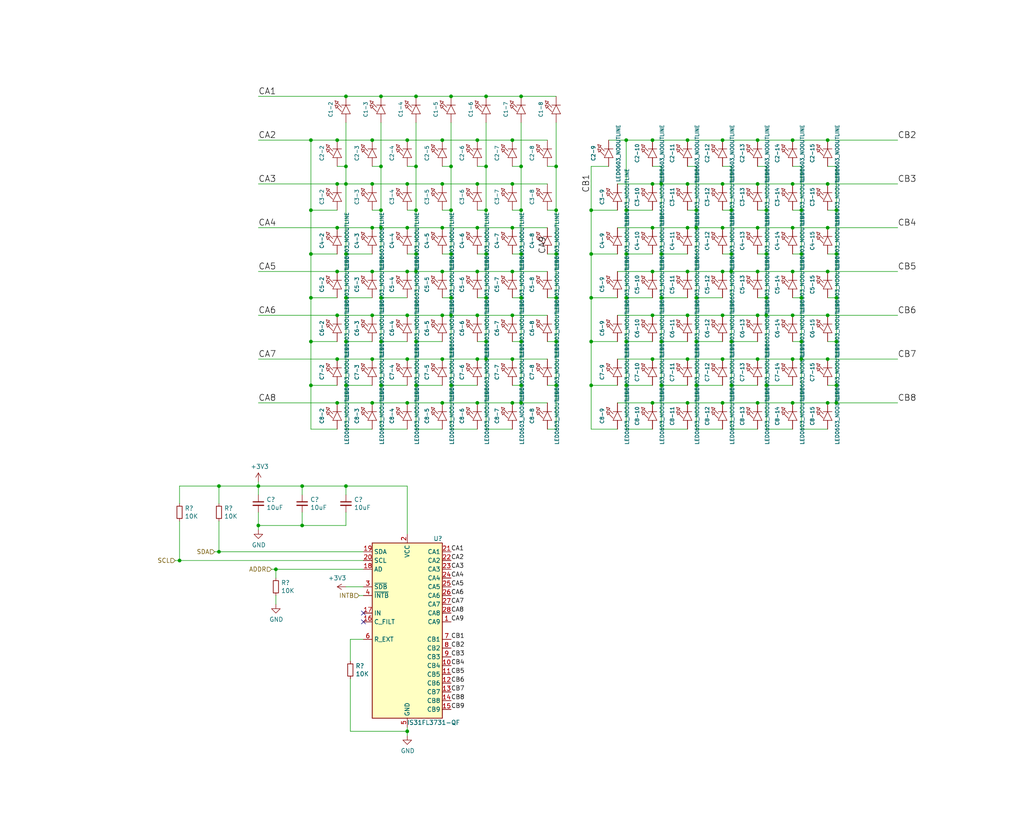
<source format=kicad_sch>
(kicad_sch (version 20230121) (generator eeschema)
  (paper "User" 297.002 241.376)
  (junction (at 118.11 53.34))
  (junction (at 189.23 78.74))
  (junction (at 107.95 91.44))
  (junction (at 191.77 86.36))
  (junction (at 140.97 104.14))
  (junction (at 171.45 99.06))
  (junction (at 219.71 91.44))
  (junction (at 97.79 40.64))
  (junction (at 120.65 27.94))
  (junction (at 242.57 116.84))
  (junction (at 209.55 66.04))
  (junction (at 219.71 78.74))
  (junction (at 90.17 86.36))
  (junction (at 229.87 66.04))
  (junction (at 97.79 104.14))
  (junction (at 118.11 91.44))
  (junction (at 118.11 104.14))
  (junction (at 151.13 73.66))
  (junction (at 212.09 73.66))
  (junction (at 240.03 53.34))
  (junction (at 201.93 66.04))
  (junction (at 151.13 116.84))
  (junction (at 240.03 40.64))
  (junction (at 128.27 66.04))
  (junction (at 199.39 104.14))
  (junction (at 118.11 116.84))
  (junction (at 219.71 40.64))
  (junction (at 148.59 116.84))
  (junction (at 199.39 91.44))
  (junction (at 110.49 27.94))
  (junction (at 199.39 78.74))
  (junction (at 90.17 40.64))
  (junction (at 242.57 111.76))
  (junction (at 242.57 73.66))
  (junction (at 140.97 99.06))
  (junction (at 120.65 99.06))
  (junction (at 219.71 104.14))
  (junction (at 130.81 73.66))
  (junction (at 209.55 116.84))
  (junction (at 148.59 40.64))
  (junction (at 107.95 40.64))
  (junction (at 87.63 152.4))
  (junction (at 107.95 66.04))
  (junction (at 128.27 40.64))
  (junction (at 151.13 60.96))
  (junction (at 222.25 91.44))
  (junction (at 107.95 53.34))
  (junction (at 97.79 78.74))
  (junction (at 100.33 48.26))
  (junction (at 219.71 66.04))
  (junction (at 100.33 111.76))
  (junction (at 128.27 78.74))
  (junction (at 240.03 66.04))
  (junction (at 100.33 99.06))
  (junction (at 181.61 40.64))
  (junction (at 191.77 111.76))
  (junction (at 138.43 78.74))
  (junction (at 100.33 53.34))
  (junction (at 171.45 60.96))
  (junction (at 74.93 152.4))
  (junction (at 140.97 48.26))
  (junction (at 128.27 91.44))
  (junction (at 199.39 40.64))
  (junction (at 232.41 86.36))
  (junction (at 151.13 27.94))
  (junction (at 161.29 86.36))
  (junction (at 242.57 86.36))
  (junction (at 52.07 162.56))
  (junction (at 90.17 60.96))
  (junction (at 120.65 73.66))
  (junction (at 171.45 86.36))
  (junction (at 138.43 116.84))
  (junction (at 90.17 99.06))
  (junction (at 151.13 99.06))
  (junction (at 242.57 60.96))
  (junction (at 107.95 78.74))
  (junction (at 229.87 116.84))
  (junction (at 74.93 140.97))
  (junction (at 189.23 116.84))
  (junction (at 97.79 91.44))
  (junction (at 240.03 116.84))
  (junction (at 100.33 86.36))
  (junction (at 118.11 40.64))
  (junction (at 229.87 91.44))
  (junction (at 138.43 40.64))
  (junction (at 242.57 99.06))
  (junction (at 128.27 104.14))
  (junction (at 140.97 27.94))
  (junction (at 222.25 73.66))
  (junction (at 201.93 60.96))
  (junction (at 90.17 73.66))
  (junction (at 138.43 104.14))
  (junction (at 209.55 91.44))
  (junction (at 240.03 78.74))
  (junction (at 118.11 66.04))
  (junction (at 209.55 53.34))
  (junction (at 148.59 78.74))
  (junction (at 128.27 53.34))
  (junction (at 130.81 27.94))
  (junction (at 110.49 111.76))
  (junction (at 63.5 140.97))
  (junction (at 120.65 60.96))
  (junction (at 222.25 111.76))
  (junction (at 118.11 78.74))
  (junction (at 140.97 86.36))
  (junction (at 110.49 86.36))
  (junction (at 130.81 91.44))
  (junction (at 189.23 53.34))
  (junction (at 110.49 60.96))
  (junction (at 201.93 111.76))
  (junction (at 148.59 53.34))
  (junction (at 189.23 104.14))
  (junction (at 212.09 78.74))
  (junction (at 80.01 165.1))
  (junction (at 151.13 48.26))
  (junction (at 130.81 60.96))
  (junction (at 130.81 48.26))
  (junction (at 140.97 60.96))
  (junction (at 199.39 53.34))
  (junction (at 181.61 60.96))
  (junction (at 191.77 73.66))
  (junction (at 118.11 212.09))
  (junction (at 232.41 99.06))
  (junction (at 97.79 66.04))
  (junction (at 138.43 53.34))
  (junction (at 161.29 111.76))
  (junction (at 209.55 78.74))
  (junction (at 201.93 86.36))
  (junction (at 110.49 66.04))
  (junction (at 209.55 40.64))
  (junction (at 240.03 104.14))
  (junction (at 171.45 73.66))
  (junction (at 97.79 116.84))
  (junction (at 63.5 160.02))
  (junction (at 232.41 104.14))
  (junction (at 138.43 66.04))
  (junction (at 138.43 91.44))
  (junction (at 189.23 40.64))
  (junction (at 148.59 66.04))
  (junction (at 151.13 86.36))
  (junction (at 128.27 116.84))
  (junction (at 201.93 99.06))
  (junction (at 222.25 60.96))
  (junction (at 229.87 78.74))
  (junction (at 212.09 99.06))
  (junction (at 209.55 104.14))
  (junction (at 229.87 104.14))
  (junction (at 100.33 140.97))
  (junction (at 181.61 86.36))
  (junction (at 140.97 73.66))
  (junction (at 191.77 99.06))
  (junction (at 90.17 111.76))
  (junction (at 130.81 111.76))
  (junction (at 87.63 140.97))
  (junction (at 219.71 116.84))
  (junction (at 107.95 104.14))
  (junction (at 212.09 111.76))
  (junction (at 232.41 60.96))
  (junction (at 161.29 73.66))
  (junction (at 110.49 48.26))
  (junction (at 222.25 86.36))
  (junction (at 161.29 60.96))
  (junction (at 240.03 91.44))
  (junction (at 232.41 73.66))
  (junction (at 120.65 48.26))
  (junction (at 100.33 73.66))
  (junction (at 120.65 78.74))
  (junction (at 120.65 111.76))
  (junction (at 148.59 104.14))
  (junction (at 181.61 73.66))
  (junction (at 110.49 99.06))
  (junction (at 100.33 27.94))
  (junction (at 229.87 40.64))
  (junction (at 191.77 53.34))
  (junction (at 97.79 53.34))
  (junction (at 219.71 53.34))
  (junction (at 181.61 111.76))
  (junction (at 212.09 60.96))
  (junction (at 107.95 116.84))
  (junction (at 148.59 91.44))
  (junction (at 189.23 91.44))
  (junction (at 151.13 111.76))
  (junction (at 171.45 111.76))
  (junction (at 229.87 53.34))
  (junction (at 189.23 66.04))
  (junction (at 161.29 99.06))
  (junction (at 199.39 66.04))
  (junction (at 181.61 99.06))
  (junction (at 130.81 86.36))
  (junction (at 199.39 116.84))
  (junction (at 161.29 48.26))
  (no_connect (at 105.41 180.34))
  (no_connect (at 105.41 177.8))
  (wire (pts (xy 229.87 73.66) (xy 232.41 73.66)))
  (wire (pts (xy 189.23 116.84) (xy 199.39 116.84)))
  (wire (pts (xy 110.49 66.04) (xy 110.49 86.36)))
  (wire (pts (xy 181.61 40.64) (xy 189.23 40.64)))
  (wire (pts (xy 179.07 111.76) (xy 171.45 111.76)))
  (wire (pts (xy 151.13 116.84) (xy 148.59 116.84)))
  (wire (pts (xy 240.03 124.46) (xy 232.41 124.46)))
  (wire (pts (xy 128.27 124.46) (xy 120.65 124.46)))
  (wire (pts (xy 140.97 35.56) (xy 140.97 48.26)))
  (wire (pts (xy 179.07 73.66) (xy 171.45 73.66)))
  (wire (pts (xy 229.87 104.14) (xy 232.41 104.14)))
  (wire (pts (xy 219.71 78.74) (xy 229.87 78.74)))
  (wire (pts (xy 199.39 60.96) (xy 201.93 60.96)))
  (wire (pts (xy 120.65 27.94) (xy 130.81 27.94)))
  (wire (pts (xy 118.11 91.44) (xy 107.95 91.44)))
  (wire (pts (xy 232.41 86.36) (xy 232.41 99.06)))
  (wire (pts (xy 158.75 53.34) (xy 148.59 53.34)))
  (wire (pts (xy 232.41 104.14) (xy 240.03 104.14)))
  (wire (pts (xy 179.07 91.44) (xy 189.23 91.44)))
  (wire (pts (xy 240.03 86.36) (xy 242.57 86.36)))
  (wire (pts (xy 118.11 48.26) (xy 120.65 48.26)))
  (wire (pts (xy 212.09 78.74) (xy 212.09 73.66)))
  (wire (pts (xy 128.27 99.06) (xy 120.65 99.06)))
  (wire (pts (xy 191.77 111.76) (xy 191.77 124.46)))
  (wire (pts (xy 201.93 99.06) (xy 201.93 111.76)))
  (wire (pts (xy 158.75 48.26) (xy 161.29 48.26)))
  (wire (pts (xy 118.11 40.64) (xy 107.95 40.64)))
  (wire (pts (xy 222.25 111.76) (xy 222.25 124.46)))
  (wire (pts (xy 232.41 99.06) (xy 232.41 104.14)))
  (wire (pts (xy 128.27 86.36) (xy 130.81 86.36)))
  (wire (pts (xy 110.49 35.56) (xy 110.49 48.26)))
  (wire (pts (xy 110.49 48.26) (xy 110.49 60.96)))
  (wire (pts (xy 212.09 73.66) (xy 212.09 60.96)))
  (wire (pts (xy 128.27 116.84) (xy 118.11 116.84)))
  (wire (pts (xy 107.95 116.84) (xy 97.79 116.84)))
  (wire (pts (xy 158.75 116.84) (xy 151.13 116.84)))
  (wire (pts (xy 118.11 73.66) (xy 120.65 73.66)))
  (wire (pts (xy 199.39 78.74) (xy 209.55 78.74)))
  (wire (pts (xy 138.43 78.74) (xy 128.27 78.74)))
  (wire (pts (xy 52.07 140.97) (xy 63.5 140.97)))
  (wire (pts (xy 128.27 60.96) (xy 130.81 60.96)))
  (wire (pts (xy 229.87 53.34) (xy 240.03 53.34)))
  (wire (pts (xy 120.65 60.96) (xy 120.65 73.66)))
  (wire (pts (xy 128.27 91.44) (xy 118.11 91.44)))
  (wire (pts (xy 151.13 60.96) (xy 151.13 73.66)))
  (wire (pts (xy 52.07 162.56) (xy 105.41 162.56)))
  (wire (pts (xy 90.17 99.06) (xy 90.17 111.76)))
  (wire (pts (xy 118.11 210.82) (xy 118.11 212.09)))
  (wire (pts (xy 161.29 35.56) (xy 161.29 48.26)))
  (wire (pts (xy 118.11 78.74) (xy 107.95 78.74)))
  (wire (pts (xy 120.65 73.66) (xy 120.65 78.74)))
  (wire (pts (xy 161.29 60.96) (xy 161.29 73.66)))
  (wire (pts (xy 179.07 104.14) (xy 189.23 104.14)))
  (wire (pts (xy 171.45 48.26) (xy 171.45 60.96)))
  (wire (pts (xy 151.13 99.06) (xy 151.13 111.76)))
  (wire (pts (xy 118.11 140.97) (xy 118.11 154.94)))
  (wire (pts (xy 212.09 60.96) (xy 212.09 48.26)))
  (wire (pts (xy 158.75 124.46) (xy 161.29 124.46)))
  (wire (pts (xy 97.79 111.76) (xy 90.17 111.76)))
  (wire (pts (xy 199.39 99.06) (xy 191.77 99.06)))
  (wire (pts (xy 181.61 40.64) (xy 181.61 60.96)))
  (wire (pts (xy 191.77 73.66) (xy 191.77 86.36)))
  (wire (pts (xy 191.77 53.34) (xy 191.77 73.66)))
  (wire (pts (xy 101.6 212.09) (xy 118.11 212.09)))
  (wire (pts (xy 148.59 53.34) (xy 138.43 53.34)))
  (wire (pts (xy 191.77 48.26) (xy 191.77 53.34)))
  (wire (pts (xy 90.17 40.64) (xy 74.93 40.64)))
  (wire (pts (xy 148.59 116.84) (xy 138.43 116.84)))
  (wire (pts (xy 199.39 91.44) (xy 209.55 91.44)))
  (wire (pts (xy 179.07 53.34) (xy 189.23 53.34)))
  (wire (pts (xy 240.03 53.34) (xy 260.35 53.34)))
  (wire (pts (xy 107.95 48.26) (xy 110.49 48.26)))
  (wire (pts (xy 78.74 165.1) (xy 80.01 165.1)))
  (wire (pts (xy 107.95 124.46) (xy 100.33 124.46)))
  (wire (pts (xy 199.39 86.36) (xy 191.77 86.36)))
  (wire (pts (xy 100.33 73.66) (xy 100.33 86.36)))
  (wire (pts (xy 138.43 91.44) (xy 130.81 91.44)))
  (wire (pts (xy 229.87 66.04) (xy 240.03 66.04)))
  (wire (pts (xy 229.87 111.76) (xy 222.25 111.76)))
  (wire (pts (xy 219.71 60.96) (xy 222.25 60.96)))
  (wire (pts (xy 63.5 140.97) (xy 63.5 146.05)))
  (wire (pts (xy 242.57 111.76) (xy 242.57 116.84)))
  (wire (pts (xy 219.71 40.64) (xy 229.87 40.64)))
  (wire (pts (xy 74.93 140.97) (xy 74.93 143.51)))
  (wire (pts (xy 105.41 165.1) (xy 80.01 165.1)))
  (wire (pts (xy 158.75 40.64) (xy 148.59 40.64)))
  (wire (pts (xy 97.79 116.84) (xy 74.93 116.84)))
  (wire (pts (xy 107.95 104.14) (xy 97.79 104.14)))
  (wire (pts (xy 240.03 48.26) (xy 242.57 48.26)))
  (wire (pts (xy 100.33 140.97) (xy 100.33 143.51)))
  (wire (pts (xy 128.27 73.66) (xy 130.81 73.66)))
  (wire (pts (xy 179.07 60.96) (xy 171.45 60.96)))
  (wire (pts (xy 97.79 60.96) (xy 90.17 60.96)))
  (wire (pts (xy 181.61 111.76) (xy 181.61 124.46)))
  (wire (pts (xy 148.59 40.64) (xy 138.43 40.64)))
  (wire (pts (xy 52.07 151.13) (xy 52.07 162.56)))
  (wire (pts (xy 209.55 53.34) (xy 219.71 53.34)))
  (wire (pts (xy 222.25 48.26) (xy 222.25 60.96)))
  (wire (pts (xy 138.43 124.46) (xy 130.81 124.46)))
  (wire (pts (xy 176.53 48.26) (xy 171.45 48.26)))
  (wire (pts (xy 219.71 53.34) (xy 229.87 53.34)))
  (wire (pts (xy 199.39 124.46) (xy 191.77 124.46)))
  (wire (pts (xy 201.93 60.96) (xy 201.93 66.04)))
  (wire (pts (xy 148.59 111.76) (xy 151.13 111.76)))
  (wire (pts (xy 100.33 152.4) (xy 87.63 152.4)))
  (wire (pts (xy 201.93 86.36) (xy 201.93 99.06)))
  (wire (pts (xy 199.39 40.64) (xy 209.55 40.64)))
  (wire (pts (xy 87.63 140.97) (xy 87.63 143.51)))
  (wire (pts (xy 120.65 111.76) (xy 120.65 124.46)))
  (wire (pts (xy 219.71 111.76) (xy 212.09 111.76)))
  (wire (pts (xy 100.33 86.36) (xy 100.33 99.06)))
  (wire (pts (xy 219.71 91.44) (xy 222.25 91.44)))
  (wire (pts (xy 189.23 48.26) (xy 191.77 48.26)))
  (wire (pts (xy 148.59 86.36) (xy 151.13 86.36)))
  (wire (pts (xy 189.23 53.34) (xy 191.77 53.34)))
  (wire (pts (xy 148.59 91.44) (xy 138.43 91.44)))
  (wire (pts (xy 151.13 35.56) (xy 151.13 48.26)))
  (wire (pts (xy 219.71 66.04) (xy 229.87 66.04)))
  (wire (pts (xy 229.87 91.44) (xy 240.03 91.44)))
  (wire (pts (xy 100.33 148.59) (xy 100.33 152.4)))
  (wire (pts (xy 140.97 86.36) (xy 140.97 99.06)))
  (wire (pts (xy 74.93 140.97) (xy 87.63 140.97)))
  (wire (pts (xy 212.09 99.06) (xy 212.09 78.74)))
  (wire (pts (xy 100.33 53.34) (xy 97.79 53.34)))
  (wire (pts (xy 189.23 111.76) (xy 181.61 111.76)))
  (wire (pts (xy 242.57 48.26) (xy 242.57 60.96)))
  (wire (pts (xy 130.81 35.56) (xy 130.81 48.26)))
  (wire (pts (xy 97.79 40.64) (xy 90.17 40.64)))
  (wire (pts (xy 240.03 116.84) (xy 242.57 116.84)))
  (wire (pts (xy 209.55 99.06) (xy 201.93 99.06)))
  (wire (pts (xy 232.41 48.26) (xy 232.41 60.96)))
  (wire (pts (xy 62.23 160.02) (xy 63.5 160.02)))
  (wire (pts (xy 219.71 86.36) (xy 222.25 86.36)))
  (wire (pts (xy 130.81 111.76) (xy 130.81 124.46)))
  (wire (pts (xy 179.07 78.74) (xy 189.23 78.74)))
  (wire (pts (xy 118.11 212.09) (xy 118.11 213.36)))
  (wire (pts (xy 171.45 86.36) (xy 171.45 99.06)))
  (wire (pts (xy 97.79 99.06) (xy 90.17 99.06)))
  (wire (pts (xy 118.11 124.46) (xy 110.49 124.46)))
  (wire (pts (xy 212.09 111.76) (xy 212.09 99.06)))
  (wire (pts (xy 229.87 40.64) (xy 240.03 40.64)))
  (wire (pts (xy 158.75 91.44) (xy 148.59 91.44)))
  (wire (pts (xy 179.07 86.36) (xy 171.45 86.36)))
  (wire (pts (xy 87.63 148.59) (xy 87.63 152.4)))
  (wire (pts (xy 128.27 53.34) (xy 118.11 53.34)))
  (wire (pts (xy 232.41 60.96) (xy 232.41 73.66)))
  (wire (pts (xy 107.95 40.64) (xy 97.79 40.64)))
  (wire (pts (xy 97.79 66.04) (xy 74.93 66.04)))
  (wire (pts (xy 107.95 73.66) (xy 100.33 73.66)))
  (wire (pts (xy 161.29 99.06) (xy 161.29 111.76)))
  (wire (pts (xy 97.79 73.66) (xy 90.17 73.66)))
  (wire (pts (xy 181.61 86.36) (xy 181.61 99.06)))
  (wire (pts (xy 128.27 48.26) (xy 130.81 48.26)))
  (wire (pts (xy 189.23 99.06) (xy 181.61 99.06)))
  (wire (pts (xy 219.71 124.46) (xy 212.09 124.46)))
  (wire (pts (xy 104.14 172.72) (xy 105.41 172.72)))
  (wire (pts (xy 138.43 99.06) (xy 140.97 99.06)))
  (wire (pts (xy 140.97 48.26) (xy 140.97 60.96)))
  (wire (pts (xy 138.43 73.66) (xy 140.97 73.66)))
  (wire (pts (xy 138.43 53.34) (xy 128.27 53.34)))
  (wire (pts (xy 199.39 48.26) (xy 201.93 48.26)))
  (wire (pts (xy 128.27 111.76) (xy 120.65 111.76)))
  (wire (pts (xy 130.81 86.36) (xy 130.81 91.44)))
  (wire (pts (xy 229.87 48.26) (xy 232.41 48.26)))
  (wire (pts (xy 140.97 27.94) (xy 151.13 27.94)))
  (wire (pts (xy 189.23 104.14) (xy 199.39 104.14)))
  (wire (pts (xy 138.43 48.26) (xy 140.97 48.26)))
  (wire (pts (xy 118.11 60.96) (xy 120.65 60.96)))
  (wire (pts (xy 63.5 151.13) (xy 63.5 160.02)))
  (wire (pts (xy 120.65 78.74) (xy 120.65 99.06)))
  (wire (pts (xy 158.75 73.66) (xy 161.29 73.66)))
  (wire (pts (xy 97.79 104.14) (xy 74.93 104.14)))
  (wire (pts (xy 209.55 73.66) (xy 212.09 73.66)))
  (wire (pts (xy 148.59 99.06) (xy 151.13 99.06)))
  (wire (pts (xy 232.41 73.66) (xy 232.41 86.36)))
  (wire (pts (xy 128.27 104.14) (xy 118.11 104.14)))
  (wire (pts (xy 209.55 86.36) (xy 201.93 86.36)))
  (wire (pts (xy 209.55 91.44) (xy 219.71 91.44)))
  (wire (pts (xy 87.63 152.4) (xy 74.93 152.4)))
  (wire (pts (xy 240.03 104.14) (xy 260.35 104.14)))
  (wire (pts (xy 219.71 104.14) (xy 229.87 104.14)))
  (wire (pts (xy 97.79 53.34) (xy 74.93 53.34)))
  (wire (pts (xy 209.55 111.76) (xy 201.93 111.76)))
  (wire (pts (xy 110.49 86.36) (xy 110.49 99.06)))
  (wire (pts (xy 90.17 40.64) (xy 90.17 60.96)))
  (wire (pts (xy 209.55 40.64) (xy 219.71 40.64)))
  (wire (pts (xy 148.59 124.46) (xy 140.97 124.46)))
  (wire (pts (xy 242.57 73.66) (xy 242.57 86.36)))
  (wire (pts (xy 97.79 124.46) (xy 90.17 124.46)))
  (wire (pts (xy 90.17 86.36) (xy 90.17 99.06)))
  (wire (pts (xy 140.97 104.14) (xy 138.43 104.14)))
  (wire (pts (xy 189.23 40.64) (xy 199.39 40.64)))
  (wire (pts (xy 100.33 111.76) (xy 100.33 124.46)))
  (wire (pts (xy 80.01 165.1) (xy 80.01 167.64)))
  (wire (pts (xy 209.55 60.96) (xy 212.09 60.96)))
  (wire (pts (xy 90.17 111.76) (xy 90.17 124.46)))
  (wire (pts (xy 199.39 104.14) (xy 209.55 104.14)))
  (wire (pts (xy 179.07 66.04) (xy 189.23 66.04)))
  (wire (pts (xy 158.75 60.96) (xy 161.29 60.96)))
  (wire (pts (xy 138.43 111.76) (xy 130.81 111.76)))
  (wire (pts (xy 209.55 78.74) (xy 212.09 78.74)))
  (wire (pts (xy 189.23 124.46) (xy 181.61 124.46)))
  (wire (pts (xy 232.41 104.14) (xy 232.41 124.46)))
  (wire (pts (xy 158.75 78.74) (xy 148.59 78.74)))
  (wire (pts (xy 161.29 73.66) (xy 161.29 86.36)))
  (wire (pts (xy 222.25 60.96) (xy 222.25 73.66)))
  (wire (pts (xy 118.11 66.04) (xy 110.49 66.04)))
  (wire (pts (xy 148.59 48.26) (xy 151.13 48.26)))
  (wire (pts (xy 107.95 91.44) (xy 97.79 91.44)))
  (wire (pts (xy 63.5 160.02) (xy 105.41 160.02)))
  (wire (pts (xy 110.49 60.96) (xy 110.49 66.04)))
  (wire (pts (xy 100.33 99.06) (xy 100.33 111.76)))
  (wire (pts (xy 222.25 91.44) (xy 222.25 111.76)))
  (wire (pts (xy 181.61 60.96) (xy 181.61 73.66)))
  (wire (pts (xy 100.33 35.56) (xy 100.33 48.26)))
  (wire (pts (xy 201.93 111.76) (xy 201.93 124.46)))
  (wire (pts (xy 179.07 124.46) (xy 171.45 124.46)))
  (wire (pts (xy 105.41 185.42) (xy 101.6 185.42)))
  (wire (pts (xy 110.49 99.06) (xy 110.49 111.76)))
  (wire (pts (xy 97.79 86.36) (xy 90.17 86.36)))
  (wire (pts (xy 189.23 66.04) (xy 199.39 66.04)))
  (wire (pts (xy 50.8 162.56) (xy 52.07 162.56)))
  (wire (pts (xy 242.57 60.96) (xy 242.57 73.66)))
  (wire (pts (xy 158.75 86.36) (xy 161.29 86.36)))
  (wire (pts (xy 229.87 116.84) (xy 240.03 116.84)))
  (wire (pts (xy 240.03 99.06) (xy 242.57 99.06)))
  (wire (pts (xy 209.55 116.84) (xy 219.71 116.84)))
  (wire (pts (xy 161.29 111.76) (xy 161.29 124.46)))
  (wire (pts (xy 118.11 99.06) (xy 110.49 99.06)))
  (wire (pts (xy 158.75 99.06) (xy 161.29 99.06)))
  (wire (pts (xy 209.55 66.04) (xy 219.71 66.04)))
  (wire (pts (xy 240.03 73.66) (xy 242.57 73.66)))
  (wire (pts (xy 171.45 111.76) (xy 171.45 124.46)))
  (wire (pts (xy 87.63 140.97) (xy 100.33 140.97)))
  (wire (pts (xy 101.6 196.85) (xy 101.6 212.09)))
  (wire (pts (xy 110.49 27.94) (xy 120.65 27.94)))
  (wire (pts (xy 201.93 66.04) (xy 201.93 86.36)))
  (wire (pts (xy 161.29 86.36) (xy 161.29 99.06)))
  (wire (pts (xy 240.03 40.64) (xy 260.35 40.64)))
  (wire (pts (xy 240.03 111.76) (xy 242.57 111.76)))
  (wire (pts (xy 130.81 91.44) (xy 130.81 111.76)))
  (wire (pts (xy 97.79 78.74) (xy 74.93 78.74)))
  (wire (pts (xy 229.87 78.74) (xy 240.03 78.74)))
  (wire (pts (xy 130.81 27.94) (xy 140.97 27.94)))
  (wire (pts (xy 151.13 86.36) (xy 151.13 99.06)))
  (wire (pts (xy 110.49 66.04) (xy 107.95 66.04)))
  (wire (pts (xy 189.23 73.66) (xy 181.61 73.66)))
  (wire (pts (xy 158.75 111.76) (xy 161.29 111.76)))
  (wire (pts (xy 107.95 53.34) (xy 100.33 53.34)))
  (wire (pts (xy 107.95 86.36) (xy 100.33 86.36)))
  (wire (pts (xy 118.11 104.14) (xy 107.95 104.14)))
  (wire (pts (xy 138.43 40.64) (xy 128.27 40.64)))
  (wire (pts (xy 100.33 48.26) (xy 100.33 53.34)))
  (wire (pts (xy 148.59 73.66) (xy 151.13 73.66)))
  (wire (pts (xy 138.43 66.04) (xy 128.27 66.04)))
  (wire (pts (xy 242.57 99.06) (xy 242.57 111.76)))
  (wire (pts (xy 105.41 170.18) (xy 100.33 170.18)))
  (wire (pts (xy 199.39 111.76) (xy 191.77 111.76)))
  (wire (pts (xy 148.59 78.74) (xy 138.43 78.74)))
  (wire (pts (xy 130.81 91.44) (xy 128.27 91.44)))
  (wire (pts (xy 107.95 111.76) (xy 100.33 111.76)))
  (wire (pts (xy 148.59 104.14) (xy 140.97 104.14)))
  (wire (pts (xy 212.09 78.74) (xy 219.71 78.74)))
  (wire (pts (xy 209.55 124.46) (xy 201.93 124.46)))
  (wire (pts (xy 130.81 60.96) (xy 130.81 73.66)))
  (wire (pts (xy 199.39 66.04) (xy 201.93 66.04)))
  (wire (pts (xy 140.97 60.96) (xy 140.97 73.66)))
  (wire (pts (xy 176.53 40.64) (xy 181.61 40.64)))
  (wire (pts (xy 101.6 185.42) (xy 101.6 191.77)))
  (wire (pts (xy 138.43 60.96) (xy 140.97 60.96)))
  (wire (pts (xy 212.09 124.46) (xy 212.09 111.76)))
  (wire (pts (xy 130.81 73.66) (xy 130.81 86.36)))
  (wire (pts (xy 140.97 73.66) (xy 140.97 86.36)))
  (wire (pts (xy 118.11 86.36) (xy 110.49 86.36)))
  (wire (pts (xy 171.45 73.66) (xy 171.45 86.36)))
  (wire (pts (xy 240.03 91.44) (xy 260.35 91.44)))
  (wire (pts (xy 189.23 86.36) (xy 181.61 86.36)))
  (wire (pts (xy 240.03 66.04) (xy 260.35 66.04)))
  (wire (pts (xy 107.95 78.74) (xy 97.79 78.74)))
  (wire (pts (xy 97.79 91.44) (xy 74.93 91.44)))
  (wire (pts (xy 222.25 91.44) (xy 229.87 91.44)))
  (wire (pts (xy 118.11 111.76) (xy 110.49 111.76)))
  (wire (pts (xy 191.77 86.36) (xy 191.77 99.06)))
  (wire (pts (xy 128.27 66.04) (xy 118.11 66.04)))
  (wire (pts (xy 191.77 99.06) (xy 191.77 111.76)))
  (wire (pts (xy 90.17 60.96) (xy 90.17 73.66)))
  (wire (pts (xy 100.33 27.94) (xy 110.49 27.94)))
  (wire (pts (xy 138.43 104.14) (xy 128.27 104.14)))
  (wire (pts (xy 229.87 86.36) (xy 232.41 86.36)))
  (wire (pts (xy 201.93 48.26) (xy 201.93 60.96)))
  (wire (pts (xy 242.57 116.84) (xy 260.35 116.84)))
  (wire (pts (xy 189.23 60.96) (xy 181.61 60.96)))
  (wire (pts (xy 120.65 78.74) (xy 118.11 78.74)))
  (wire (pts (xy 74.93 152.4) (xy 74.93 148.59)))
  (wire (pts (xy 179.07 99.06) (xy 171.45 99.06)))
  (wire (pts (xy 151.13 27.94) (xy 161.29 27.94)))
  (wire (pts (xy 189.23 78.74) (xy 199.39 78.74)))
  (wire (pts (xy 171.45 60.96) (xy 171.45 73.66)))
  (wire (pts (xy 100.33 140.97) (xy 118.11 140.97)))
  (wire (pts (xy 90.17 73.66) (xy 90.17 86.36)))
  (wire (pts (xy 140.97 104.14) (xy 140.97 124.46)))
  (wire (pts (xy 120.65 99.06) (xy 120.65 111.76)))
  (wire (pts (xy 130.81 48.26) (xy 130.81 60.96)))
  (wire (pts (xy 140.97 99.06) (xy 140.97 104.14)))
  (wire (pts (xy 138.43 116.84) (xy 128.27 116.84)))
  (wire (pts (xy 128.27 40.64) (xy 118.11 40.64)))
  (wire (pts (xy 229.87 60.96) (xy 232.41 60.96)))
  (wire (pts (xy 151.13 73.66) (xy 151.13 86.36)))
  (wire (pts (xy 158.75 104.14) (xy 148.59 104.14)))
  (wire (pts (xy 80.01 175.26) (xy 80.01 172.72)))
  (wire (pts (xy 107.95 99.06) (xy 100.33 99.06)))
  (wire (pts (xy 151.13 111.76) (xy 151.13 116.84)))
  (wire (pts (xy 219.71 48.26) (xy 222.25 48.26)))
  (wire (pts (xy 242.57 86.36) (xy 242.57 99.06)))
  (wire (pts (xy 151.13 48.26) (xy 151.13 60.96)))
  (wire (pts (xy 171.45 99.06) (xy 171.45 111.76)))
  (wire (pts (xy 219.71 99.06) (xy 212.09 99.06)))
  (wire (pts (xy 222.25 73.66) (xy 222.25 86.36)))
  (wire (pts (xy 128.27 78.74) (xy 120.65 78.74)))
  (wire (pts (xy 63.5 140.97) (xy 74.93 140.97)))
  (wire (pts (xy 219.71 116.84) (xy 229.87 116.84)))
  (wire (pts (xy 191.77 53.34) (xy 199.39 53.34)))
  (wire (pts (xy 148.59 66.04) (xy 138.43 66.04)))
  (wire (pts (xy 74.93 139.7) (xy 74.93 140.97)))
  (wire (pts (xy 209.55 48.26) (xy 212.09 48.26)))
  (wire (pts (xy 120.65 35.56) (xy 120.65 48.26)))
  (wire (pts (xy 222.25 86.36) (xy 222.25 91.44)))
  (wire (pts (xy 148.59 60.96) (xy 151.13 60.96)))
  (wire (pts (xy 240.03 78.74) (xy 260.35 78.74)))
  (wire (pts (xy 138.43 86.36) (xy 140.97 86.36)))
  (wire (pts (xy 240.03 60.96) (xy 242.57 60.96)))
  (wire (pts (xy 120.65 48.26) (xy 120.65 60.96)))
  (wire (pts (xy 52.07 146.05) (xy 52.07 140.97)))
  (wire (pts (xy 181.61 73.66) (xy 181.61 86.36)))
  (wire (pts (xy 107.95 60.96) (xy 110.49 60.96)))
  (wire (pts (xy 179.07 116.84) (xy 189.23 116.84)))
  (wire (pts (xy 100.33 53.34) (xy 100.33 73.66)))
  (wire (pts (xy 110.49 111.76) (xy 110.49 124.46)))
  (wire (pts (xy 229.87 124.46) (xy 222.25 124.46)))
  (wire (pts (xy 74.93 153.67) (xy 74.93 152.4)))
  (wire (pts (xy 161.29 48.26) (xy 161.29 60.96)))
  (wire (pts (xy 199.39 53.34) (xy 209.55 53.34)))
  (wire (pts (xy 118.11 116.84) (xy 107.95 116.84)))
  (wire (pts (xy 97.79 48.26) (xy 100.33 48.26)))
  (wire (pts (xy 158.75 66.04) (xy 148.59 66.04)))
  (wire (pts (xy 118.11 53.34) (xy 107.95 53.34)))
  (wire (pts (xy 201.93 66.04) (xy 209.55 66.04)))
  (wire (pts (xy 229.87 99.06) (xy 232.41 99.06)))
  (wire (pts (xy 74.93 27.94) (xy 100.33 27.94)))
  (wire (pts (xy 189.23 91.44) (xy 199.39 91.44)))
  (wire (pts (xy 181.61 99.06) (xy 181.61 111.76)))
  (wire (pts (xy 199.39 73.66) (xy 191.77 73.66)))
  (wire (pts (xy 219.71 73.66) (xy 222.25 73.66)))
  (wire (pts (xy 209.55 104.14) (xy 219.71 104.14)))
  (wire (pts (xy 107.95 66.04) (xy 97.79 66.04)))
  (wire (pts (xy 199.39 116.84) (xy 209.55 116.84)))
  (label "CA9" (at 158.75 73.66 90) (effects (font (size 1.778 1.778))))
  (label "CB6" (at 130.81 198.12 0))
  (label "CB4" (at 130.81 193.04 0))
  (label "CB5" (at 260.35 78.74 0) (effects (font (size 1.778 1.778))))
  (label "CA3" (at 130.81 165.1 0))
  (label "CA6" (at 74.93 91.44 0) (effects (font (size 1.778 1.778))))
  (label "CB8" (at 130.81 203.2 0))
  (label "CA2" (at 130.81 162.56 0))
  (label "CB3" (at 130.81 190.5 0))
  (label "CA9" (at 130.81 180.34 0))
  (label "CA6" (at 130.81 172.72 0))
  (label "CB4" (at 260.35 66.04 0) (effects (font (size 1.778 1.778))))
  (label "CA4" (at 74.93 66.04 0) (effects (font (size 1.778 1.778))))
  (label "CA7" (at 74.93 104.14 0) (effects (font (size 1.778 1.778))))
  (label "CA7" (at 130.81 175.26 0))
  (label "CA5" (at 74.93 78.74 0) (effects (font (size 1.778 1.778))))
  (label "CA8" (at 130.81 177.8 0))
  (label "CB7" (at 130.81 200.66 0))
  (label "CB9" (at 130.81 205.74 0))
  (label "CB3" (at 260.35 53.34 0) (effects (font (size 1.778 1.778))))
  (label "CA2" (at 74.93 40.64 0) (effects (font (size 1.778 1.778))))
  (label "CB6" (at 260.35 91.44 0) (effects (font (size 1.778 1.778))))
  (label "CA8" (at 74.93 116.84 0) (effects (font (size 1.778 1.778))))
  (label "CA3" (at 74.93 53.34 0) (effects (font (size 1.778 1.778))))
  (label "CA4" (at 130.81 167.64 0))
  (label "CB2" (at 130.81 187.96 0))
  (label "CB2" (at 260.35 40.64 0) (effects (font (size 1.778 1.778))))
  (label "CA1" (at 130.81 160.02 0))
  (label "CB8" (at 260.35 116.84 0) (effects (font (size 1.778 1.778))))
  (label "CB1" (at 130.81 185.42 0))
  (label "CA5" (at 130.81 170.18 0))
  (label "CA1" (at 74.93 27.94 0) (effects (font (size 1.778 1.778))))
  (label "CB5" (at 130.81 195.58 0))
  (label "CB1" (at 171.45 55.88 90) (effects (font (size 1.778 1.778))))
  (label "CB7" (at 260.35 104.14 0) (effects (font (size 1.778 1.778))))
  (hierarchical_label "SDA" (shape input) (at 62.23 160.02 180))
  (hierarchical_label "ADDR" (shape input) (at 78.74 165.1 180))
  (hierarchical_label "SCL" (shape input) (at 50.8 162.56 180))
  (hierarchical_label "INTB" (shape input) (at 104.14 172.72 180))
  (symbol (lib_id "New_Business_Card-eagle-import:LED0603_NOOUTLINE") (at 240.03 68.58 90) (unit 1)
    (property "Reference" "C4-15" (at 235.585 69.85 0) (effects (font (size 1.0668 1.0668))))
    (property "Value" "LED0603_NOOUTLINE" (at 242.824 69.85 0) (effects (font (size 1.0668 1.0668))))
    (property "Footprint" "New Business Card:CHIPLED_0603_NOOUTLINE" (effects hide))
  )
  (symbol (lib_id "New_Business_Card-eagle-import:LED0603_NOOUTLINE") (at 110.49 30.48 90) (unit 1)
    (property "Reference" "C1-3" (at 106.045 31.75 0) (effects (font (size 1.0668 1.0668))))
    (property "Value" "LED0603_NOOUTLINE" (effects hide))
    (property "Footprint" "New Business Card:CHIPLED_0603_NOOUTLINE" (effects hide))
  )
  (symbol (lib_id "New_Business_Card-eagle-import:LED0603_NOOUTLINE") (at 229.87 106.68 90) (unit 1)
    (property "Reference" "C7-14" (at 225.425 107.95 0) (effects (font (size 1.0668 1.0668))))
    (property "Value" "LED0603_NOOUTLINE" (at 232.664 107.95 0) (effects (font (size 1.0668 1.0668))))
    (property "Footprint" "New Business Card:CHIPLED_0603_NOOUTLINE" (effects hide))
  )
  (symbol (lib_id "New_Business_Card-eagle-import:LED0603_NOOUTLINE") (at 97.79 106.68 90) (unit 1)
    (property "Reference" "C7-2" (at 93.345 107.95 0) (effects (font (size 1.0668 1.0668))))
    (property "Value" "LED0603_NOOUTLINE" (at 100.584 107.95 0) (effects (font (size 1.0668 1.0668))))
    (property "Footprint" "New Business Card:CHIPLED_0603_NOOUTLINE" (effects hide))
  )
  (symbol (lib_id "New_Business_Card-eagle-import:LED0603_NOOUTLINE") (at 240.03 119.38 90) (unit 1)
    (property "Reference" "C8-15" (at 235.585 120.65 0) (effects (font (size 1.0668 1.0668))))
    (property "Value" "LED0603_NOOUTLINE" (at 242.824 120.65 0) (effects (font (size 1.0668 1.0668))))
    (property "Footprint" "New Business Card:CHIPLED_0603_NOOUTLINE" (effects hide))
  )
  (symbol (lib_id "New_Business_Card-eagle-import:LED0603_NOOUTLINE") (at 130.81 30.48 90) (unit 1)
    (property "Reference" "C1-5" (at 126.365 31.75 0) (effects (font (size 1.0668 1.0668))))
    (property "Value" "LED0603_NOOUTLINE" (effects hide))
    (property "Footprint" "New Business Card:CHIPLED_0603_NOOUTLINE" (effects hide))
  )
  (symbol (lib_id "New_Business_Card-eagle-import:LED0603_NOOUTLINE") (at 209.55 55.88 90) (unit 1)
    (property "Reference" "C3-12" (at 205.105 57.15 0) (effects (font (size 1.0668 1.0668))))
    (property "Value" "LED0603_NOOUTLINE" (at 212.344 57.15 0) (effects (font (size 1.0668 1.0668))))
    (property "Footprint" "New Business Card:CHIPLED_0603_NOOUTLINE" (effects hide))
  )
  (symbol (lib_id "New_Business_Card-eagle-import:LED0603_NOOUTLINE") (at 138.43 106.68 90) (unit 1)
    (property "Reference" "C7-6" (at 133.985 107.95 0) (effects (font (size 1.0668 1.0668))))
    (property "Value" "LED0603_NOOUTLINE" (at 141.224 107.95 0) (effects (font (size 1.0668 1.0668))))
    (property "Footprint" "New Business Card:CHIPLED_0603_NOOUTLINE" (effects hide))
  )
  (symbol (lib_id "New_Business_Card-eagle-import:LED0603_NOOUTLINE") (at 128.27 43.18 90) (unit 1)
    (property "Reference" "C2-5" (at 123.825 44.45 0) (effects (font (size 1.0668 1.0668))))
    (property "Value" "LED0603_NOOUTLINE" (effects hide))
    (property "Footprint" "New Business Card:CHIPLED_0603_NOOUTLINE" (effects hide))
  )
  (symbol (lib_id "New_Business_Card-eagle-import:LED0603_NOOUTLINE") (at 189.23 43.18 90) (unit 1)
    (property "Reference" "C2-10" (at 184.785 44.45 0) (effects (font (size 1.0668 1.0668))))
    (property "Value" "LED0603_NOOUTLINE" (at 192.024 44.45 0) (effects (font (size 1.0668 1.0668))))
    (property "Footprint" "New Business Card:CHIPLED_0603_NOOUTLINE" (effects hide))
  )
  (symbol (lib_id "New_Business_Card-eagle-import:LED0603_NOOUTLINE") (at 179.07 119.38 90) (unit 1)
    (property "Reference" "C8-9" (at 174.625 120.65 0) (effects (font (size 1.0668 1.0668))))
    (property "Value" "LED0603_NOOUTLINE" (at 181.864 120.65 0) (effects (font (size 1.0668 1.0668))))
    (property "Footprint" "New Business Card:CHIPLED_0603_NOOUTLINE" (effects hide))
  )
  (symbol (lib_id "New_Business_Card-eagle-import:LED0603_NOOUTLINE") (at 148.59 68.58 90) (unit 1)
    (property "Reference" "C4-7" (at 144.145 69.85 0) (effects (font (size 1.0668 1.0668))))
    (property "Value" "LED0603_NOOUTLINE" (at 151.384 69.85 0) (effects (font (size 1.0668 1.0668))))
    (property "Footprint" "New Business Card:CHIPLED_0603_NOOUTLINE" (effects hide))
  )
  (symbol (lib_id "New_Business_Card-eagle-import:LED0603_NOOUTLINE") (at 199.39 43.18 90) (unit 1)
    (property "Reference" "C2-11" (at 194.945 44.45 0) (effects (font (size 1.0668 1.0668))))
    (property "Value" "LED0603_NOOUTLINE" (at 202.184 44.45 0) (effects (font (size 1.0668 1.0668))))
    (property "Footprint" "New Business Card:CHIPLED_0603_NOOUTLINE" (effects hide))
  )
  (symbol (lib_id "New_Business_Card-eagle-import:LED0603_NOOUTLINE") (at 199.39 68.58 90) (unit 1)
    (property "Reference" "C4-11" (at 194.945 69.85 0) (effects (font (size 1.0668 1.0668))))
    (property "Value" "LED0603_NOOUTLINE" (at 202.184 69.85 0) (effects (font (size 1.0668 1.0668))))
    (property "Footprint" "New Business Card:CHIPLED_0603_NOOUTLINE" (effects hide))
  )
  (symbol (lib_id "New_Business_Card-eagle-import:LED0603_NOOUTLINE") (at 118.11 55.88 90) (unit 1)
    (property "Reference" "C3-4" (at 113.665 57.15 0) (effects (font (size 1.0668 1.0668))))
    (property "Value" "LED0603_NOOUTLINE" (effects hide))
    (property "Footprint" "New Business Card:CHIPLED_0603_NOOUTLINE" (effects hide))
  )
  (symbol (lib_id "New_Business_Card-eagle-import:LED0603_NOOUTLINE") (at 151.13 30.48 90) (unit 1)
    (property "Reference" "C1-7" (at 146.685 31.75 0) (effects (font (size 1.0668 1.0668))))
    (property "Value" "LED0603_NOOUTLINE" (effects hide))
    (property "Footprint" "New Business Card:CHIPLED_0603_NOOUTLINE" (effects hide))
  )
  (symbol (lib_id "New_Business_Card-eagle-import:LED0603_NOOUTLINE") (at 128.27 119.38 90) (unit 1)
    (property "Reference" "C8-5" (at 123.825 120.65 0) (effects (font (size 1.0668 1.0668))))
    (property "Value" "LED0603_NOOUTLINE" (at 131.064 120.65 0) (effects (font (size 1.0668 1.0668))))
    (property "Footprint" "New Business Card:CHIPLED_0603_NOOUTLINE" (effects hide))
  )
  (symbol (lib_id "New_Business_Card-eagle-import:LED0603_NOOUTLINE") (at 219.71 119.38 90) (unit 1)
    (property "Reference" "C8-13" (at 215.265 120.65 0) (effects (font (size 1.0668 1.0668))))
    (property "Value" "LED0603_NOOUTLINE" (at 222.504 120.65 0) (effects (font (size 1.0668 1.0668))))
    (property "Footprint" "New Business Card:CHIPLED_0603_NOOUTLINE" (effects hide))
  )
  (symbol (lib_id "New_Business_Card-eagle-import:LED0603_NOOUTLINE") (at 229.87 43.18 90) (unit 1)
    (property "Reference" "C2-14" (at 225.425 44.45 0) (effects (font (size 1.0668 1.0668))))
    (property "Value" "LED0603_NOOUTLINE" (at 232.664 44.45 0) (effects (font (size 1.0668 1.0668))))
    (property "Footprint" "New Business Card:CHIPLED_0603_NOOUTLINE" (effects hide))
  )
  (symbol (lib_id "New_Business_Card-eagle-import:LED0603_NOOUTLINE") (at 158.75 106.68 90) (unit 1)
    (property "Reference" "C7-8" (at 154.305 107.95 0) (effects (font (size 1.0668 1.0668))))
    (property "Value" "LED0603_NOOUTLINE" (at 161.544 107.95 0) (effects (font (size 1.0668 1.0668))))
    (property "Footprint" "New Business Card:CHIPLED_0603_NOOUTLINE" (effects hide))
  )
  (symbol (lib_id "New_Business_Card-eagle-import:LED0603_NOOUTLINE") (at 128.27 106.68 90) (unit 1)
    (property "Reference" "C7-5" (at 123.825 107.95 0) (effects (font (size 1.0668 1.0668))))
    (property "Value" "LED0603_NOOUTLINE" (at 131.064 107.95 0) (effects (font (size 1.0668 1.0668))))
    (property "Footprint" "New Business Card:CHIPLED_0603_NOOUTLINE" (effects hide))
  )
  (symbol (lib_id "New_Business_Card-eagle-import:LED0603_NOOUTLINE") (at 158.75 119.38 90) (unit 1)
    (property "Reference" "C8-8" (at 154.305 120.65 0) (effects (font (size 1.0668 1.0668))))
    (property "Value" "LED0603_NOOUTLINE" (at 161.544 120.65 0) (effects (font (size 1.0668 1.0668))))
    (property "Footprint" "New Business Card:CHIPLED_0603_NOOUTLINE" (effects hide))
  )
  (symbol (lib_id "New_Business_Card-eagle-import:LED0603_NOOUTLINE") (at 118.11 81.28 90) (unit 1)
    (property "Reference" "C5-4" (at 113.665 82.55 0) (effects (font (size 1.0668 1.0668))))
    (property "Value" "LED0603_NOOUTLINE" (at 120.904 82.55 0) (effects (font (size 1.0668 1.0668))))
    (property "Footprint" "New Business Card:CHIPLED_0603_NOOUTLINE" (effects hide))
  )
  (symbol (lib_id "New_Business_Card-eagle-import:LED0603_NOOUTLINE") (at 97.79 93.98 90) (unit 1)
    (property "Reference" "C6-2" (at 93.345 95.25 0) (effects (font (size 1.0668 1.0668))))
    (property "Value" "LED0603_NOOUTLINE" (at 100.584 95.25 0) (effects (font (size 1.0668 1.0668))))
    (property "Footprint" "New Business Card:CHIPLED_0603_NOOUTLINE" (effects hide))
  )
  (symbol (lib_id "New_Business_Card-eagle-import:LED0603_NOOUTLINE") (at 189.23 119.38 90) (unit 1)
    (property "Reference" "C8-10" (at 184.785 120.65 0) (effects (font (size 1.0668 1.0668))))
    (property "Value" "LED0603_NOOUTLINE" (at 192.024 120.65 0) (effects (font (size 1.0668 1.0668))))
    (property "Footprint" "New Business Card:CHIPLED_0603_NOOUTLINE" (effects hide))
  )
  (symbol (lib_id "New_Business_Card-eagle-import:LED0603_NOOUTLINE") (at 138.43 43.18 90) (unit 1)
    (property "Reference" "C2-6" (at 133.985 44.45 0) (effects (font (size 1.0668 1.0668))))
    (property "Value" "LED0603_NOOUTLINE" (effects hide))
    (property "Footprint" "New Business Card:CHIPLED_0603_NOOUTLINE" (effects hide))
  )
  (symbol (lib_id "New_Business_Card-eagle-import:LED0603_NOOUTLINE") (at 179.07 68.58 90) (unit 1)
    (property "Reference" "C4-9" (at 174.625 69.85 0) (effects (font (size 1.0668 1.0668))))
    (property "Value" "LED0603_NOOUTLINE" (at 181.864 69.85 0) (effects (font (size 1.0668 1.0668))))
    (property "Footprint" "New Business Card:CHIPLED_0603_NOOUTLINE" (effects hide))
  )
  (symbol (lib_id "New_Business_Card-eagle-import:LED0603_NOOUTLINE") (at 179.07 93.98 90) (unit 1)
    (property "Reference" "C6-9" (at 174.625 95.25 0) (effects (font (size 1.0668 1.0668))))
    (property "Value" "LED0603_NOOUTLINE" (at 181.864 95.25 0) (effects (font (size 1.0668 1.0668))))
    (property "Footprint" "New Business Card:CHIPLED_0603_NOOUTLINE" (effects hide))
  )
  (symbol (lib_id "New_Business_Card-eagle-import:LED0603_NOOUTLINE") (at 107.95 93.98 90) (unit 1)
    (property "Reference" "C6-3" (at 103.505 95.25 0) (effects (font (size 1.0668 1.0668))))
    (property "Value" "LED0603_NOOUTLINE" (at 110.744 95.25 0) (effects (font (size 1.0668 1.0668))))
    (property "Footprint" "New Business Card:CHIPLED_0603_NOOUTLINE" (effects hide))
  )
  (symbol (lib_id "New_Business_Card-eagle-import:LED0603_NOOUTLINE") (at 219.71 93.98 90) (unit 1)
    (property "Reference" "C6-13" (at 215.265 95.25 0) (effects (font (size 1.0668 1.0668))))
    (property "Value" "LED0603_NOOUTLINE" (at 222.504 95.25 0) (effects (font (size 1.0668 1.0668))))
    (property "Footprint" "New Business Card:CHIPLED_0603_NOOUTLINE" (effects hide))
  )
  (symbol (lib_id "New_Business_Card-eagle-import:LED0603_NOOUTLINE") (at 229.87 68.58 90) (unit 1)
    (property "Reference" "C4-14" (at 225.425 69.85 0) (effects (font (size 1.0668 1.0668))))
    (property "Value" "LED0603_NOOUTLINE" (at 232.664 69.85 0) (effects (font (size 1.0668 1.0668))))
    (property "Footprint" "New Business Card:CHIPLED_0603_NOOUTLINE" (effects hide))
  )
  (symbol (lib_id "New_Business_Card-eagle-import:LED0603_NOOUTLINE") (at 118.11 68.58 90) (unit 1)
    (property "Reference" "C4-4" (at 113.665 69.85 0) (effects (font (size 1.0668 1.0668))))
    (property "Value" "LED0603_NOOUTLINE" (at 120.904 69.85 0) (effects (font (size 1.0668 1.0668))))
    (property "Footprint" "New Business Card:CHIPLED_0603_NOOUTLINE" (effects hide))
  )
  (symbol (lib_id "New_Business_Card-eagle-import:LED0603_NOOUTLINE") (at 209.55 68.58 90) (unit 1)
    (property "Reference" "C4-12" (at 205.105 69.85 0) (effects (font (size 1.0668 1.0668))))
    (property "Value" "LED0603_NOOUTLINE" (at 212.344 69.85 0) (effects (font (size 1.0668 1.0668))))
    (property "Footprint" "New Business Card:CHIPLED_0603_NOOUTLINE" (effects hide))
  )
  (symbol (lib_id "New_Business_Card-eagle-import:LED0603_NOOUTLINE") (at 128.27 93.98 90) (unit 1)
    (property "Reference" "C6-5" (at 123.825 95.25 0) (effects (font (size 1.0668 1.0668))))
    (property "Value" "LED0603_NOOUTLINE" (at 131.064 95.25 0) (effects (font (size 1.0668 1.0668))))
    (property "Footprint" "New Business Card:CHIPLED_0603_NOOUTLINE" (effects hide))
  )
  (symbol (lib_id "New_Business_Card-eagle-import:LED0603_NOOUTLINE") (at 209.55 43.18 90) (unit 1)
    (property "Reference" "C2-12" (at 205.105 44.45 0) (effects (font (size 1.0668 1.0668))))
    (property "Value" "LED0603_NOOUTLINE" (at 212.344 44.45 0) (effects (font (size 1.0668 1.0668))))
    (property "Footprint" "New Business Card:CHIPLED_0603_NOOUTLINE" (effects hide))
  )
  (symbol (lib_id "New_Business_Card-eagle-import:LED0603_NOOUTLINE") (at 138.43 119.38 90) (unit 1)
    (property "Reference" "C8-6" (at 133.985 120.65 0) (effects (font (size 1.0668 1.0668))))
    (property "Value" "LED0603_NOOUTLINE" (at 141.224 120.65 0) (effects (font (size 1.0668 1.0668))))
    (property "Footprint" "New Business Card:CHIPLED_0603_NOOUTLINE" (effects hide))
  )
  (symbol (lib_id "New_Business_Card-eagle-import:LED0603_NOOUTLINE") (at 209.55 93.98 90) (unit 1)
    (property "Reference" "C6-12" (at 205.105 95.25 0) (effects (font (size 1.0668 1.0668))))
    (property "Value" "LED0603_NOOUTLINE" (at 212.344 95.25 0) (effects (font (size 1.0668 1.0668))))
    (property "Footprint" "New Business Card:CHIPLED_0603_NOOUTLINE" (effects hide))
  )
  (symbol (lib_id "New_Business_Card-eagle-import:LED0603_NOOUTLINE") (at 128.27 55.88 90) (unit 1)
    (property "Reference" "C3-5" (at 123.825 57.15 0) (effects (font (size 1.0668 1.0668))))
    (property "Value" "LED0603_NOOUTLINE" (effects hide))
    (property "Footprint" "New Business Card:CHIPLED_0603_NOOUTLINE" (effects hide))
  )
  (symbol (lib_id "New_Business_Card-eagle-import:LED0603_NOOUTLINE") (at 229.87 55.88 90) (unit 1)
    (property "Reference" "C3-14" (at 225.425 57.15 0) (effects (font (size 1.0668 1.0668))))
    (property "Value" "LED0603_NOOUTLINE" (at 232.664 57.15 0) (effects (font (size 1.0668 1.0668))))
    (property "Footprint" "New Business Card:CHIPLED_0603_NOOUTLINE" (effects hide))
  )
  (symbol (lib_id "Driver_LED:IS31FL3731-QF") (at 118.11 182.88 0) (unit 1)
    (property "Reference" "U?" (at 127 156.21 0))
    (property "Value" "IS31FL3731-QF" (at 125.73 209.55 0))
    (property "Footprint" "Package_DFN_QFN:QFN-28-1EP_4x4mm_P0.4mm_EP2.3x2.3mm" (effects hide))
    (property "Datasheet" "http://www.issi.com/WW/pdf/31FL3731.pdf" (effects hide))
  )
  (symbol (lib_id "power:GND") (at 118.11 213.36 0) (unit 1)
    (property "Reference" "#PWR?" (effects hide))
    (property "Value" "GND" (at 118.237 217.7542 0))
  )
  (symbol (lib_id "New Business Card-rescue:+3.3V-power") (at 74.93 139.7 0) (unit 1)
    (property "Reference" "#PWR?" (effects hide))
    (property "Value" "+3.3V" (at 75.311 135.3058 0))
  )
  (symbol (lib_id "Device:C_Small") (at 87.63 146.05 0) (unit 1)
    (property "Reference" "C?" (at 89.9668 144.8816 0) (effects (justify left)))
    (property "Value" "10uF" (at 89.9668 147.193 0) (effects (justify left)))
  )
  (symbol (lib_id "Device:C_Small") (at 100.33 146.05 0) (unit 1)
    (property "Reference" "C?" (at 102.6668 144.8816 0) (effects (justify left)))
    (property "Value" "10uF" (at 102.6668 147.193 0) (effects (justify left)))
  )
  (symbol (lib_id "Device:C_Small") (at 74.93 146.05 0) (unit 1)
    (property "Reference" "C?" (at 77.2668 144.8816 0) (effects (justify left)))
    (property "Value" "10uF" (at 77.2668 147.193 0) (effects (justify left)))
  )
  (symbol (lib_id "power:GND") (at 74.93 153.67 0) (unit 1)
    (property "Reference" "#PWR?" (effects hide))
    (property "Value" "GND" (at 75.057 158.0642 0))
  )
  (symbol (lib_id "Device:R_Small") (at 52.07 148.59 0) (unit 1)
    (property "Reference" "R?" (at 53.5686 147.4216 0) (effects (justify left)))
    (property "Value" "10K" (at 53.5686 149.733 0) (effects (justify left)))
  )
  (symbol (lib_id "Device:R_Small") (at 63.5 148.59 0) (unit 1)
    (property "Reference" "R?" (at 64.9986 147.4216 0) (effects (justify left)))
    (property "Value" "10K" (at 64.9986 149.733 0) (effects (justify left)))
  )
  (symbol (lib_id "Device:R_Small") (at 80.01 170.18 180) (unit 1)
    (property "Reference" "R?" (at 81.5086 169.0116 0) (effects (justify right)))
    (property "Value" "10K" (at 81.5086 171.323 0) (effects (justify right)))
  )
  (symbol (lib_id "power:GND") (at 80.01 175.26 0) (unit 1)
    (property "Reference" "#PWR?" (effects hide))
    (property "Value" "GND" (at 80.137 179.6542 0))
  )
  (symbol (lib_id "New Business Card-rescue:+3.3V-power") (at 100.33 170.18 90) (unit 1)
    (property "Reference" "#PWR?" (effects hide))
    (property "Value" "+3.3V" (at 97.79 167.64 90))
  )
  (symbol (lib_id "Device:R_Small") (at 101.6 194.31 180) (unit 1)
    (property "Reference" "R?" (at 103.0986 193.1416 0) (effects (justify right)))
    (property "Value" "10K" (at 103.0986 195.453 0) (effects (justify right)))
  )
  (symbol (lib_id "New_Business_Card-eagle-import:LED0603_NOOUTLINE") (at 97.79 68.58 90) (unit 1)
    (property "Reference" "C4-2" (at 93.345 69.85 0) (effects (font (size 1.0668 1.0668))))
    (property "Value" "LED0603_NOOUTLINE" (at 100.584 69.85 0) (effects (font (size 1.0668 1.0668))))
    (property "Footprint" "New Business Card:CHIPLED_0603_NOOUTLINE" (effects hide))
  )
  (symbol (lib_id "New_Business_Card-eagle-import:LED0603_NOOUTLINE") (at 240.03 81.28 90) (unit 1)
    (property "Reference" "C5-15" (at 235.585 82.55 0) (effects (font (size 1.0668 1.0668))))
    (property "Value" "LED0603_NOOUTLINE" (at 242.824 82.55 0) (effects (font (size 1.0668 1.0668))))
    (property "Footprint" "New Business Card:CHIPLED_0603_NOOUTLINE" (effects hide))
  )
  (symbol (lib_id "New_Business_Card-eagle-import:LED0603_NOOUTLINE") (at 240.03 106.68 90) (unit 1)
    (property "Reference" "C7-15" (at 235.585 107.95 0) (effects (font (size 1.0668 1.0668))))
    (property "Value" "LED0603_NOOUTLINE" (at 242.824 107.95 0) (effects (font (size 1.0668 1.0668))))
    (property "Footprint" "New Business Card:CHIPLED_0603_NOOUTLINE" (effects hide))
  )
  (symbol (lib_id "New_Business_Card-eagle-import:LED0603_NOOUTLINE") (at 97.79 81.28 90) (unit 1)
    (property "Reference" "C5-2" (at 93.345 82.55 0) (effects (font (size 1.0668 1.0668))))
    (property "Value" "LED0603_NOOUTLINE" (at 100.584 82.55 0) (effects (font (size 1.0668 1.0668))))
    (property "Footprint" "New Business Card:CHIPLED_0603_NOOUTLINE" (effects hide))
  )
  (symbol (lib_id "New_Business_Card-eagle-import:LED0603_NOOUTLINE") (at 219.71 43.18 90) (unit 1)
    (property "Reference" "C2-13" (at 215.265 44.45 0) (effects (font (size 1.0668 1.0668))))
    (property "Value" "LED0603_NOOUTLINE" (at 222.504 44.45 0) (effects (font (size 1.0668 1.0668))))
    (property "Footprint" "New Business Card:CHIPLED_0603_NOOUTLINE" (effects hide))
  )
  (symbol (lib_id "New_Business_Card-eagle-import:LED0603_NOOUTLINE") (at 138.43 55.88 90) (unit 1)
    (property "Reference" "C3-6" (at 133.985 57.15 0) (effects (font (size 1.0668 1.0668))))
    (property "Value" "LED0603_NOOUTLINE" (effects hide))
    (property "Footprint" "New Business Card:CHIPLED_0603_NOOUTLINE" (effects hide))
  )
  (symbol (lib_id "New_Business_Card-eagle-import:LED0603_NOOUTLINE") (at 189.23 106.68 90) (unit 1)
    (property "Reference" "C7-10" (at 184.785 107.95 0) (effects (font (size 1.0668 1.0668))))
    (property "Value" "LED0603_NOOUTLINE" (at 192.024 107.95 0) (effects (font (size 1.0668 1.0668))))
    (property "Footprint" "New Business Card:CHIPLED_0603_NOOUTLINE" (effects hide))
  )
  (symbol (lib_id "New_Business_Card-eagle-import:LED0603_NOOUTLINE") (at 209.55 106.68 90) (unit 1)
    (property "Reference" "C7-12" (at 205.105 107.95 0) (effects (font (size 1.0668 1.0668))))
    (property "Value" "LED0603_NOOUTLINE" (at 212.344 107.95 0) (effects (font (size 1.0668 1.0668))))
    (property "Footprint" "New Business Card:CHIPLED_0603_NOOUTLINE" (effects hide))
  )
  (symbol (lib_id "New_Business_Card-eagle-import:LED0603_NOOUTLINE") (at 118.11 93.98 90) (unit 1)
    (property "Reference" "C6-4" (at 113.665 95.25 0) (effects (font (size 1.0668 1.0668))))
    (property "Value" "LED0603_NOOUTLINE" (at 120.904 95.25 0) (effects (font (size 1.0668 1.0668))))
    (property "Footprint" "New Business Card:CHIPLED_0603_NOOUTLINE" (effects hide))
  )
  (symbol (lib_id "New_Business_Card-eagle-import:LED0603_NOOUTLINE") (at 199.39 106.68 90) (unit 1)
    (property "Reference" "C7-11" (at 194.945 107.95 0) (effects (font (size 1.0668 1.0668))))
    (property "Value" "LED0603_NOOUTLINE" (at 202.184 107.95 0) (effects (font (size 1.0668 1.0668))))
    (property "Footprint" "New Business Card:CHIPLED_0603_NOOUTLINE" (effects hide))
  )
  (symbol (lib_id "New_Business_Card-eagle-import:LED0603_NOOUTLINE") (at 128.27 68.58 90) (unit 1)
    (property "Reference" "C4-5" (at 123.825 69.85 0) (effects (font (size 1.0668 1.0668))))
    (property "Value" "LED0603_NOOUTLINE" (at 131.064 69.85 0) (effects (font (size 1.0668 1.0668))))
    (property "Footprint" "New Business Card:CHIPLED_0603_NOOUTLINE" (effects hide))
  )
  (symbol (lib_id "New_Business_Card-eagle-import:LED0603_NOOUTLINE") (at 189.23 93.98 90) (unit 1)
    (property "Reference" "C6-10" (at 184.785 95.25 0) (effects (font (size 1.0668 1.0668))))
    (property "Value" "LED0603_NOOUTLINE" (at 192.024 95.25 0) (effects (font (size 1.0668 1.0668))))
    (property "Footprint" "New Business Card:CHIPLED_0603_NOOUTLINE" (effects hide))
  )
  (symbol (lib_id "New_Business_Card-eagle-import:LED0603_NOOUTLINE") (at 179.07 81.28 90) (unit 1)
    (property "Reference" "C5-9" (at 174.625 82.55 0) (effects (font (size 1.0668 1.0668))))
    (property "Value" "LED0603_NOOUTLINE" (at 181.864 82.55 0) (effects (font (size 1.0668 1.0668))))
    (property "Footprint" "New Business Card:CHIPLED_0603_NOOUTLINE" (effects hide))
  )
  (symbol (lib_id "New_Business_Card-eagle-import:LED0603_NOOUTLINE") (at 189.23 68.58 90) (unit 1)
    (property "Reference" "C4-10" (at 184.785 69.85 0) (effects (font (size 1.0668 1.0668))))
    (property "Value" "LED0603_NOOUTLINE" (at 192.024 69.85 0) (effects (font (size 1.0668 1.0668))))
    (property "Footprint" "New Business Card:CHIPLED_0603_NOOUTLINE" (effects hide))
  )
  (symbol (lib_id "New_Business_Card-eagle-import:LED0603_NOOUTLINE") (at 199.39 119.38 90) (unit 1)
    (property "Reference" "C8-11" (at 194.945 120.65 0) (effects (font (size 1.0668 1.0668))))
    (property "Value" "LED0603_NOOUTLINE" (at 202.184 120.65 0) (effects (font (size 1.0668 1.0668))))
    (property "Footprint" "New Business Card:CHIPLED_0603_NOOUTLINE" (effects hide))
  )
  (symbol (lib_id "New_Business_Card-eagle-import:LED0603_NOOUTLINE") (at 118.11 43.18 90) (unit 1)
    (property "Reference" "C2-4" (at 113.665 44.45 0) (effects (font (size 1.0668 1.0668))))
    (property "Value" "LED0603_NOOUTLINE" (effects hide))
    (property "Footprint" "New Business Card:CHIPLED_0603_NOOUTLINE" (effects hide))
  )
  (symbol (lib_id "New_Business_Card-eagle-import:LED0603_NOOUTLINE") (at 107.95 106.68 90) (unit 1)
    (property "Reference" "C7-3" (at 103.505 107.95 0) (effects (font (size 1.0668 1.0668))))
    (property "Value" "LED0603_NOOUTLINE" (at 110.744 107.95 0) (effects (font (size 1.0668 1.0668))))
    (property "Footprint" "New Business Card:CHIPLED_0603_NOOUTLINE" (effects hide))
  )
  (symbol (lib_id "New_Business_Card-eagle-import:LED0603_NOOUTLINE") (at 240.03 93.98 90) (unit 1)
    (property "Reference" "C6-15" (at 235.585 95.25 0) (effects (font (size 1.0668 1.0668))))
    (property "Value" "LED0603_NOOUTLINE" (at 242.824 95.25 0) (effects (font (size 1.0668 1.0668))))
    (property "Footprint" "New Business Card:CHIPLED_0603_NOOUTLINE" (effects hide))
  )
  (symbol (lib_id "New_Business_Card-eagle-import:LED0603_NOOUTLINE") (at 97.79 43.18 90) (unit 1)
    (property "Reference" "C2-2" (at 93.345 44.45 0) (effects (font (size 1.0668 1.0668))))
    (property "Value" "LED0603_NOOUTLINE" (effects hide))
    (property "Footprint" "New Business Card:CHIPLED_0603_NOOUTLINE" (effects hide))
  )
  (symbol (lib_id "New_Business_Card-eagle-import:LED0603_NOOUTLINE") (at 158.75 43.18 90) (unit 1)
    (property "Reference" "C2-8" (at 154.305 44.45 0) (effects (font (size 1.0668 1.0668))))
    (property "Value" "LED0603_NOOUTLINE" (effects hide))
    (property "Footprint" "New Business Card:CHIPLED_0603_NOOUTLINE" (effects hide))
  )
  (symbol (lib_id "New_Business_Card-eagle-import:LED0603_NOOUTLINE") (at 189.23 55.88 90) (unit 1)
    (property "Reference" "C3-10" (at 184.785 57.15 0) (effects (font (size 1.0668 1.0668))))
    (property "Value" "LED0603_NOOUTLINE" (at 192.024 57.15 0) (effects (font (size 1.0668 1.0668))))
    (property "Footprint" "New Business Card:CHIPLED_0603_NOOUTLINE" (effects hide))
  )
  (symbol (lib_id "New_Business_Card-eagle-import:LED0603_NOOUTLINE") (at 107.95 43.18 90) (unit 1)
    (property "Reference" "C2-3" (at 103.505 44.45 0) (effects (font (size 1.0668 1.0668))))
    (property "Value" "LED0603_NOOUTLINE" (effects hide))
    (property "Footprint" "New Business Card:CHIPLED_0603_NOOUTLINE" (effects hide))
  )
  (symbol (lib_id "New_Business_Card-eagle-import:LED0603_NOOUTLINE") (at 138.43 93.98 90) (unit 1)
    (property "Reference" "C6-6" (at 133.985 95.25 0) (effects (font (size 1.0668 1.0668))))
    (property "Value" "LED0603_NOOUTLINE" (at 141.224 95.25 0) (effects (font (size 1.0668 1.0668))))
    (property "Footprint" "New Business Card:CHIPLED_0603_NOOUTLINE" (effects hide))
  )
  (symbol (lib_id "New_Business_Card-eagle-import:LED0603_NOOUTLINE") (at 97.79 119.38 90) (unit 1)
    (property "Reference" "C8-2" (at 93.345 120.65 0) (effects (font (size 1.0668 1.0668))))
    (property "Value" "LED0603_NOOUTLINE" (at 100.584 120.65 0) (effects (font (size 1.0668 1.0668))))
    (property "Footprint" "New Business Card:CHIPLED_0603_NOOUTLINE" (effects hide))
  )
  (symbol (lib_id "New_Business_Card-eagle-import:LED0603_NOOUTLINE") (at 118.11 106.68 90) (unit 1)
    (property "Reference" "C7-4" (at 113.665 107.95 0) (effects (font (size 1.0668 1.0668))))
    (property "Value" "LED0603_NOOUTLINE" (at 120.904 107.95 0) (effects (font (size 1.0668 1.0668))))
    (property "Footprint" "New Business Card:CHIPLED_0603_NOOUTLINE" (effects hide))
  )
  (symbol (lib_id "New_Business_Card-eagle-import:LED0603_NOOUTLINE") (at 148.59 81.28 90) (unit 1)
    (property "Reference" "C5-7" (at 144.145 82.55 0) (effects (font (size 1.0668 1.0668))))
    (property "Value" "LED0603_NOOUTLINE" (at 151.384 82.55 0) (effects (font (size 1.0668 1.0668))))
    (property "Footprint" "New Business Card:CHIPLED_0603_NOOUTLINE" (effects hide))
  )
  (symbol (lib_id "New_Business_Card-eagle-import:LED0603_NOOUTLINE") (at 229.87 93.98 90) (unit 1)
    (property "Reference" "C6-14" (at 225.425 95.25 0) (effects (font (size 1.0668 1.0668))))
    (property "Value" "LED0603_NOOUTLINE" (at 232.664 95.25 0) (effects (font (size 1.0668 1.0668))))
    (property "Footprint" "New Business Card:CHIPLED_0603_NOOUTLINE" (effects hide))
  )
  (symbol (lib_id "New_Business_Card-eagle-import:LED0603_NOOUTLINE") (at 176.53 43.18 90) (unit 1)
    (property "Reference" "C2-9" (at 172.085 44.45 0) (effects (font (size 1.0668 1.0668))))
    (property "Value" "LED0603_NOOUTLINE" (at 179.324 44.45 0) (effects (font (size 1.0668 1.0668))))
    (property "Footprint" "New Business Card:CHIPLED_0603_NOOUTLINE" (effects hide))
  )
  (symbol (lib_id "New_Business_Card-eagle-import:LED0603_NOOUTLINE") (at 140.97 30.48 90) (unit 1)
    (property "Reference" "C1-6" (at 136.525 31.75 0) (effects (font (size 1.0668 1.0668))))
    (property "Value" "LED0603_NOOUTLINE" (effects hide))
    (property "Footprint" "New Business Card:CHIPLED_0603_NOOUTLINE" (effects hide))
  )
  (symbol (lib_id "New_Business_Card-eagle-import:LED0603_NOOUTLINE") (at 100.33 30.48 90) (unit 1)
    (property "Reference" "C1-2" (at 95.885 31.75 0) (effects (font (size 1.0668 1.0668))))
    (property "Value" "LED0603_NOOUTLINE" (effects hide))
    (property "Footprint" "New Business Card:CHIPLED_0603_NOOUTLINE" (effects hide))
  )
  (symbol (lib_id "New_Business_Card-eagle-import:LED0603_NOOUTLINE") (at 138.43 68.58 90) (unit 1)
    (property "Reference" "C4-6" (at 133.985 69.85 0) (effects (font (size 1.0668 1.0668))))
    (property "Value" "LED0603_NOOUTLINE" (at 141.224 69.85 0) (effects (font (size 1.0668 1.0668))))
    (property "Footprint" "New Business Card:CHIPLED_0603_NOOUTLINE" (effects hide))
  )
  (symbol (lib_id "New_Business_Card-eagle-import:LED0603_NOOUTLINE") (at 158.75 55.88 90) (unit 1)
    (property "Reference" "C3-8" (at 154.305 57.15 0) (effects (font (size 1.0668 1.0668))))
    (property "Value" "LED0603_NOOUTLINE" (effects hide))
    (property "Footprint" "New Business Card:CHIPLED_0603_NOOUTLINE" (effects hide))
  )
  (symbol (lib_id "New_Business_Card-eagle-import:LED0603_NOOUTLINE") (at 107.95 55.88 90) (unit 1)
    (property "Reference" "C3-3" (at 103.505 57.15 0) (effects (font (size 1.0668 1.0668))))
    (property "Value" "LED0603_NOOUTLINE" (effects hide))
    (property "Footprint" "New Business Card:CHIPLED_0603_NOOUTLINE" (effects hide))
  )
  (symbol (lib_id "New_Business_Card-eagle-import:LED0603_NOOUTLINE") (at 229.87 81.28 90) (unit 1)
    (property "Reference" "C5-14" (at 225.425 82.55 0) (effects (font (size 1.0668 1.0668))))
    (property "Value" "LED0603_NOOUTLINE" (at 232.664 82.55 0) (effects (font (size 1.0668 1.0668))))
    (property "Footprint" "New Business Card:CHIPLED_0603_NOOUTLINE" (effects hide))
  )
  (symbol (lib_id "New_Business_Card-eagle-import:LED0603_NOOUTLINE") (at 219.71 55.88 90) (unit 1)
    (property "Reference" "C3-13" (at 215.265 57.15 0) (effects (font (size 1.0668 1.0668))))
    (property "Value" "LED0603_NOOUTLINE" (at 222.504 57.15 0) (effects (font (size 1.0668 1.0668))))
    (property "Footprint" "New Business Card:CHIPLED_0603_NOOUTLINE" (effects hide))
  )
  (symbol (lib_id "New_Business_Card-eagle-import:LED0603_NOOUTLINE") (at 148.59 106.68 90) (unit 1)
    (property "Reference" "C7-7" (at 144.145 107.95 0) (effects (font (size 1.0668 1.0668))))
    (property "Value" "LED0603_NOOUTLINE" (at 151.384 107.95 0) (effects (font (size 1.0668 1.0668))))
    (property "Footprint" "New Business Card:CHIPLED_0603_NOOUTLINE" (effects hide))
  )
  (symbol (lib_id "New_Business_Card-eagle-import:LED0603_NOOUTLINE") (at 158.75 81.28 90) (unit 1)
    (property "Reference" "C5-8" (at 154.305 82.55 0) (effects (font (size 1.0668 1.0668))))
    (property "Value" "LED0603_NOOUTLINE" (at 161.544 82.55 0) (effects (font (size 1.0668 1.0668))))
    (property "Footprint" "New Business Card:CHIPLED_0603_NOOUTLINE" (effects hide))
  )
  (symbol (lib_id "New_Business_Card-eagle-import:LED0603_NOOUTLINE") (at 161.29 30.48 90) (unit 1)
    (property "Reference" "C1-8" (at 156.845 31.75 0) (effects (font (size 1.0668 1.0668))))
    (property "Value" "LED0603_NOOUTLINE" (effects hide))
    (property "Footprint" "New Business Card:CHIPLED_0603_NOOUTLINE" (effects hide))
  )
  (symbol (lib_id "New_Business_Card-eagle-import:LED0603_NOOUTLINE") (at 128.27 81.28 90) (unit 1)
    (property "Reference" "C5-5" (at 123.825 82.55 0) (effects (font (size 1.0668 1.0668))))
    (property "Value" "LED0603_NOOUTLINE" (at 131.064 82.55 0) (effects (font (size 1.0668 1.0668))))
    (property "Footprint" "New Business Card:CHIPLED_0603_NOOUTLINE" (effects hide))
  )
  (symbol (lib_id "New_Business_Card-eagle-import:LED0603_NOOUTLINE") (at 107.95 119.38 90) (unit 1)
    (property "Reference" "C8-3" (at 103.505 120.65 0) (effects (font (size 1.0668 1.0668))))
    (property "Value" "LED0603_NOOUTLINE" (at 110.744 120.65 0) (effects (font (size 1.0668 1.0668))))
    (property "Footprint" "New Business Card:CHIPLED_0603_NOOUTLINE" (effects hide))
  )
  (symbol (lib_id "New_Business_Card-eagle-import:LED0603_NOOUTLINE") (at 179.07 106.68 90) (unit 1)
    (property "Reference" "C7-9" (at 174.625 107.95 0) (effects (font (size 1.0668 1.0668))))
    (property "Value" "LED0603_NOOUTLINE" (at 181.864 107.95 0) (effects (font (size 1.0668 1.0668))))
    (property "Footprint" "New Business Card:CHIPLED_0603_NOOUTLINE" (effects hide))
  )
  (symbol (lib_id "New_Business_Card-eagle-import:LED0603_NOOUTLINE") (at 240.03 43.18 90) (unit 1)
    (property "Reference" "C2-15" (at 235.585 44.45 0) (effects (font (size 1.0668 1.0668))))
    (property "Value" "LED0603_NOOUTLINE" (at 242.824 44.45 0) (effects (font (size 1.0668 1.0668))))
    (property "Footprint" "New Business Card:CHIPLED_0603_NOOUTLINE" (effects hide))
  )
  (symbol (lib_id "New_Business_Card-eagle-import:LED0603_NOOUTLINE") (at 199.39 93.98 90) (unit 1)
    (property "Reference" "C6-11" (at 194.945 95.25 0) (effects (font (size 1.0668 1.0668))))
    (property "Value" "LED0603_NOOUTLINE" (at 202.184 95.25 0) (effects (font (size 1.0668 1.0668))))
    (property "Footprint" "New Business Card:CHIPLED_0603_NOOUTLINE" (effects hide))
  )
  (symbol (lib_id "New_Business_Card-eagle-import:LED0603_NOOUTLINE") (at 118.11 119.38 90) (unit 1)
    (property "Reference" "C8-4" (at 113.665 120.65 0) (effects (font (size 1.0668 1.0668))))
    (property "Value" "LED0603_NOOUTLINE" (at 120.904 120.65 0) (effects (font (size 1.0668 1.0668))))
    (property "Footprint" "New Business Card:CHIPLED_0603_NOOUTLINE" (effects hide))
  )
  (symbol (lib_id "New_Business_Card-eagle-import:LED0603_NOOUTLINE") (at 219.71 106.68 90) (unit 1)
    (property "Reference" "C7-13" (at 215.265 107.95 0) (effects (font (size 1.0668 1.0668))))
    (property "Value" "LED0603_NOOUTLINE" (at 222.504 107.95 0) (effects (font (size 1.0668 1.0668))))
    (property "Footprint" "New Business Card:CHIPLED_0603_NOOUTLINE" (effects hide))
  )
  (symbol (lib_id "New_Business_Card-eagle-import:LED0603_NOOUTLINE") (at 209.55 119.38 90) (unit 1)
    (property "Reference" "C8-12" (at 205.105 120.65 0) (effects (font (size 1.0668 1.0668))))
    (property "Value" "LED0603_NOOUTLINE" (at 212.344 120.65 0) (effects (font (size 1.0668 1.0668))))
    (property "Footprint" "New Business Card:CHIPLED_0603_NOOUTLINE" (effects hide))
  )
  (symbol (lib_id "New_Business_Card-eagle-import:LED0603_NOOUTLINE") (at 219.71 81.28 90) (unit 1)
    (property "Reference" "C5-13" (at 215.265 82.55 0) (effects (font (size 1.0668 1.0668))))
    (property "Value" "LED0603_NOOUTLINE" (at 222.504 82.55 0) (effects (font (size 1.0668 1.0668))))
    (property "Footprint" "New Business Card:CHIPLED_0603_NOOUTLINE" (effects hide))
  )
  (symbol (lib_id "New_Business_Card-eagle-import:LED0603_NOOUTLINE") (at 189.23 81.28 90) (unit 1)
    (property "Reference" "C5-10" (at 184.785 82.55 0) (effects (font (size 1.0668 1.0668))))
    (property "Value" "LED0603_NOOUTLINE" (at 192.024 82.55 0) (effects (font (size 1.0668 1.0668))))
    (property "Footprint" "New Business Card:CHIPLED_0603_NOOUTLINE" (effects hide))
  )
  (symbol (lib_id "New_Business_Card-eagle-import:LED0603_NOOUTLINE") (at 199.39 81.28 90) (unit 1)
    (property "Reference" "C5-11" (at 194.945 82.55 0) (effects (font (size 1.0668 1.0668))))
    (property "Value" "LED0603_NOOUTLINE" (at 202.184 82.55 0) (effects (font (size 1.0668 1.0668))))
    (property "Footprint" "New Business Card:CHIPLED_0603_NOOUTLINE" (effects hide))
  )
  (symbol (lib_id "New_Business_Card-eagle-import:LED0603_NOOUTLINE") (at 107.95 68.58 90) (unit 1)
    (property "Reference" "C4-3" (at 103.505 69.85 0) (effects (font (size 1.0668 1.0668))))
    (property "Value" "LED0603_NOOUTLINE" (at 110.744 69.85 0) (effects (font (size 1.0668 1.0668))))
    (property "Footprint" "New Business Card:CHIPLED_0603_NOOUTLINE" (effects hide))
  )
  (symbol (lib_id "New_Business_Card-eagle-import:LED0603_NOOUTLINE") (at 138.43 81.28 90) (unit 1)
    (property "Reference" "C5-6" (at 133.985 82.55 0) (effects (font (size 1.0668 1.0668))))
    (property "Value" "LED0603_NOOUTLINE" (at 141.224 82.55 0) (effects (font (size 1.0668 1.0668))))
    (property "Footprint" "New Business Card:CHIPLED_0603_NOOUTLINE" (effects hide))
  )
  (symbol (lib_id "New_Business_Card-eagle-import:LED0603_NOOUTLINE") (at 148.59 43.18 90) (unit 1)
    (property "Reference" "C2-7" (at 144.145 44.45 0) (effects (font (size 1.0668 1.0668))))
    (property "Value" "LED0603_NOOUTLINE" (effects hide))
    (property "Footprint" "New Business Card:CHIPLED_0603_NOOUTLINE" (effects hide))
  )
  (symbol (lib_id "New_Business_Card-eagle-import:LED0603_NOOUTLINE") (at 148.59 93.98 90) (unit 1)
    (property "Reference" "C6-7" (at 144.145 95.25 0) (effects (font (size 1.0668 1.0668))))
    (property "Value" "LED0603_NOOUTLINE" (at 151.384 95.25 0) (effects (font (size 1.0668 1.0668))))
    (property "Footprint" "New Business Card:CHIPLED_0603_NOOUTLINE" (effects hide))
  )
  (symbol (lib_id "New_Business_Card-eagle-import:LED0603_NOOUTLINE") (at 158.75 68.58 90) (unit 1)
    (property "Reference" "C4-8" (at 154.305 69.85 0) (effects (font (size 1.0668 1.0668))))
    (property "Value" "LED0603_NOOUTLINE" (at 161.544 69.85 0) (effects (font (size 1.0668 1.0668))))
    (property "Footprint" "New Business Card:CHIPLED_0603_NOOUTLINE" (effects hide))
  )
  (symbol (lib_id "New_Business_Card-eagle-import:LED0603_NOOUTLINE") (at 107.95 81.28 90) (unit 1)
    (property "Reference" "C5-3" (at 103.505 82.55 0) (effects (font (size 1.0668 1.0668))))
    (property "Value" "LED0603_NOOUTLINE" (at 110.744 82.55 0) (effects (font (size 1.0668 1.0668))))
    (property "Footprint" "New Business Card:CHIPLED_0603_NOOUTLINE" (effects hide))
  )
  (symbol (lib_id "New_Business_Card-eagle-import:LED0603_NOOUTLINE") (at 219.71 68.58 90) (unit 1)
    (property "Reference" "C4-13" (at 215.265 69.85 0) (effects (font (size 1.0668 1.0668))))
    (property "Value" "LED0603_NOOUTLINE" (at 222.504 69.85 0) (effects (font (size 1.0668 1.0668))))
    (property "Footprint" "New Business Card:CHIPLED_0603_NOOUTLINE" (effects hide))
  )
  (symbol (lib_id "New_Business_Card-eagle-import:LED0603_NOOUTLINE") (at 148.59 119.38 90) (unit 1)
    (property "Reference" "C8-7" (at 144.145 120.65 0) (effects (font (size 1.0668 1.0668))))
    (property "Value" "LED0603_NOOUTLINE" (at 151.384 120.65 0) (effects (font (size 1.0668 1.0668))))
    (property "Footprint" "New Business Card:CHIPLED_0603_NOOUTLINE" (effects hide))
  )
  (symbol (lib_id "New_Business_Card-eagle-import:LED0603_NOOUTLINE") (at 148.59 55.88 90) (unit 1)
    (property "Reference" "C3-7" (at 144.145 57.15 0) (effects (font (size 1.0668 1.0668))))
    (property "Value" "LED0603_NOOUTLINE" (effects hide))
    (property "Footprint" "New Business Card:CHIPLED_0603_NOOUTLINE" (effects hide))
  )
  (symbol (lib_id "New_Business_Card-eagle-import:LED0603_NOOUTLINE") (at 179.07 55.88 90) (unit 1)
    (property "Reference" "C3-9" (at 174.625 57.15 0) (effects (font (size 1.0668 1.0668))))
    (property "Value" "LED0603_NOOUTLINE" (at 181.864 57.15 0) (effects (font (size 1.0668 1.0668))))
    (property "Footprint" "New Business Card:CHIPLED_0603_NOOUTLINE" (effects hide))
  )
  (symbol (lib_id "New_Business_Card-eagle-import:LED0603_NOOUTLINE") (at 120.65 30.48 90) (unit 1)
    (property "Reference" "C1-4" (at 116.205 31.75 0) (effects (font (size 1.0668 1.0668))))
    (property "Value" "LED0603_NOOUTLINE" (effects hide))
    (property "Footprint" "New Business Card:CHIPLED_0603_NOOUTLINE" (effects hide))
  )
  (symbol (lib_id "New_Business_Card-eagle-import:LED0603_NOOUTLINE") (at 199.39 55.88 90) (unit 1)
    (property "Reference" "C3-11" (at 194.945 57.15 0) (effects (font (size 1.0668 1.0668))))
    (property "Value" "LED0603_NOOUTLINE" (at 202.184 57.15 0) (effects (font (size 1.0668 1.0668))))
    (property "Footprint" "New Business Card:CHIPLED_0603_NOOUTLINE" (effects hide))
  )
  (symbol (lib_id "New_Business_Card-eagle-import:LED0603_NOOUTLINE") (at 158.75 93.98 90) (unit 1)
    (property "Reference" "C6-8" (at 154.305 95.25 0) (effects (font (size 1.0668 1.0668))))
    (property "Value" "LED0603_NOOUTLINE" (at 161.544 95.25 0) (effects (font (size 1.0668 1.0668))))
    (property "Footprint" "New Business Card:CHIPLED_0603_NOOUTLINE" (effects hide))
  )
  (symbol (lib_id "New_Business_Card-eagle-import:LED0603_NOOUTLINE") (at 209.55 81.28 90) (unit 1)
    (property "Reference" "C5-12" (at 205.105 82.55 0) (effects (font (size 1.0668 1.0668))))
    (property "Value" "LED0603_NOOUTLINE" (at 212.344 82.55 0) (effects (font (size 1.0668 1.0668))))
    (property "Footprint" "New Business Card:CHIPLED_0603_NOOUTLINE" (effects hide))
  )
  (symbol (lib_id "New_Business_Card-eagle-import:LED0603_NOOUTLINE") (at 97.79 55.88 90) (unit 1)
    (property "Reference" "C3-2" (at 93.345 57.15 0) (effects (font (size 1.0668 1.0668))))
    (property "Value" "LED0603_NOOUTLINE" (effects hide))
    (property "Footprint" "New Business Card:CHIPLED_0603_NOOUTLINE" (effects hide))
  )
  (symbol (lib_id "New_Business_Card-eagle-import:LED0603_NOOUTLINE") (at 240.03 55.88 90) (unit 1)
    (property "Reference" "C3-15" (at 235.585 57.15 0) (effects (font (size 1.0668 1.0668))))
    (property "Value" "LED0603_NOOUTLINE" (at 242.824 57.15 0) (effects (font (size 1.0668 1.0668))))
    (property "Footprint" "New Business Card:CHIPLED_0603_NOOUTLINE" (effects hide))
  )
  (symbol (lib_id "New_Business_Card-eagle-import:LED0603_NOOUTLINE") (at 229.87 119.38 90) (unit 1)
    (property "Reference" "C8-14" (at 225.425 120.65 0) (effects (font (size 1.0668 1.0668))))
    (property "Value" "LED0603_NOOUTLINE" (at 232.664 120.65 0) (effects (font (size 1.0668 1.0668))))
    (property "Footprint" "New Business Card:CHIPLED_0603_NOOUTLINE" (effects hide))
  )
)
</source>
